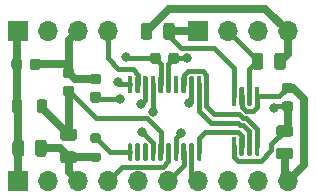
<source format=gtl>
G04 #@! TF.GenerationSoftware,KiCad,Pcbnew,6.0.5+dfsg-1~bpo11+1*
G04 #@! TF.CreationDate,2022-12-25T14:08:46+00:00*
G04 #@! TF.ProjectId,stm32l0_mod_source,73746d33-326c-4305-9f6d-6f645f736f75,0.1*
G04 #@! TF.SameCoordinates,Original*
G04 #@! TF.FileFunction,Copper,L1,Top*
G04 #@! TF.FilePolarity,Positive*
%FSLAX46Y46*%
G04 Gerber Fmt 4.6, Leading zero omitted, Abs format (unit mm)*
G04 Created by KiCad (PCBNEW 6.0.5+dfsg-1~bpo11+1) date 2022-12-25 14:08:46*
%MOMM*%
%LPD*%
G01*
G04 APERTURE LIST*
G04 #@! TA.AperFunction,ComponentPad*
%ADD10R,1.700000X1.700000*%
G04 #@! TD*
G04 #@! TA.AperFunction,ComponentPad*
%ADD11O,1.700000X1.700000*%
G04 #@! TD*
G04 #@! TA.AperFunction,ViaPad*
%ADD12C,0.800000*%
G04 #@! TD*
G04 #@! TA.AperFunction,Conductor*
%ADD13C,0.400000*%
G04 #@! TD*
G04 #@! TA.AperFunction,Conductor*
%ADD14C,0.700000*%
G04 #@! TD*
G04 APERTURE END LIST*
G04 #@! TA.AperFunction,SMDPad,CuDef*
G36*
G01*
X145841000Y-96516000D02*
X145841000Y-96016000D01*
G75*
G02*
X146066000Y-95791000I225000J0D01*
G01*
X146516000Y-95791000D01*
G75*
G02*
X146741000Y-96016000I0J-225000D01*
G01*
X146741000Y-96516000D01*
G75*
G02*
X146516000Y-96741000I-225000J0D01*
G01*
X146066000Y-96741000D01*
G75*
G02*
X145841000Y-96516000I0J225000D01*
G01*
G37*
G04 #@! TD.AperFunction*
G04 #@! TA.AperFunction,SMDPad,CuDef*
G36*
G01*
X147391000Y-96516000D02*
X147391000Y-96016000D01*
G75*
G02*
X147616000Y-95791000I225000J0D01*
G01*
X148066000Y-95791000D01*
G75*
G02*
X148291000Y-96016000I0J-225000D01*
G01*
X148291000Y-96516000D01*
G75*
G02*
X148066000Y-96741000I-225000J0D01*
G01*
X147616000Y-96741000D01*
G75*
G02*
X147391000Y-96516000I0J225000D01*
G01*
G37*
G04 #@! TD.AperFunction*
G04 #@! TA.AperFunction,SMDPad,CuDef*
G36*
G01*
X138463000Y-102248000D02*
X139413000Y-102248000D01*
G75*
G02*
X139663000Y-102498000I0J-250000D01*
G01*
X139663000Y-102998000D01*
G75*
G02*
X139413000Y-103248000I-250000J0D01*
G01*
X138463000Y-103248000D01*
G75*
G02*
X138213000Y-102998000I0J250000D01*
G01*
X138213000Y-102498000D01*
G75*
G02*
X138463000Y-102248000I250000J0D01*
G01*
G37*
G04 #@! TD.AperFunction*
G04 #@! TA.AperFunction,SMDPad,CuDef*
G36*
G01*
X138463000Y-104148000D02*
X139413000Y-104148000D01*
G75*
G02*
X139663000Y-104398000I0J-250000D01*
G01*
X139663000Y-104898000D01*
G75*
G02*
X139413000Y-105148000I-250000J0D01*
G01*
X138463000Y-105148000D01*
G75*
G02*
X138213000Y-104898000I0J250000D01*
G01*
X138213000Y-104398000D01*
G75*
G02*
X138463000Y-104148000I250000J0D01*
G01*
G37*
G04 #@! TD.AperFunction*
G04 #@! TA.AperFunction,SMDPad,CuDef*
G36*
G01*
X139188000Y-99510000D02*
X138688000Y-99510000D01*
G75*
G02*
X138463000Y-99285000I0J225000D01*
G01*
X138463000Y-98835000D01*
G75*
G02*
X138688000Y-98610000I225000J0D01*
G01*
X139188000Y-98610000D01*
G75*
G02*
X139413000Y-98835000I0J-225000D01*
G01*
X139413000Y-99285000D01*
G75*
G02*
X139188000Y-99510000I-225000J0D01*
G01*
G37*
G04 #@! TD.AperFunction*
G04 #@! TA.AperFunction,SMDPad,CuDef*
G36*
G01*
X139188000Y-97960000D02*
X138688000Y-97960000D01*
G75*
G02*
X138463000Y-97735000I0J225000D01*
G01*
X138463000Y-97285000D01*
G75*
G02*
X138688000Y-97060000I225000J0D01*
G01*
X139188000Y-97060000D01*
G75*
G02*
X139413000Y-97285000I0J-225000D01*
G01*
X139413000Y-97735000D01*
G75*
G02*
X139188000Y-97960000I-225000J0D01*
G01*
G37*
G04 #@! TD.AperFunction*
G04 #@! TA.AperFunction,SMDPad,CuDef*
G36*
G01*
X156751000Y-101928000D02*
X157701000Y-101928000D01*
G75*
G02*
X157951000Y-102178000I0J-250000D01*
G01*
X157951000Y-102678000D01*
G75*
G02*
X157701000Y-102928000I-250000J0D01*
G01*
X156751000Y-102928000D01*
G75*
G02*
X156501000Y-102678000I0J250000D01*
G01*
X156501000Y-102178000D01*
G75*
G02*
X156751000Y-101928000I250000J0D01*
G01*
G37*
G04 #@! TD.AperFunction*
G04 #@! TA.AperFunction,SMDPad,CuDef*
G36*
G01*
X156751000Y-103828000D02*
X157701000Y-103828000D01*
G75*
G02*
X157951000Y-104078000I0J-250000D01*
G01*
X157951000Y-104578000D01*
G75*
G02*
X157701000Y-104828000I-250000J0D01*
G01*
X156751000Y-104828000D01*
G75*
G02*
X156501000Y-104578000I0J250000D01*
G01*
X156501000Y-104078000D01*
G75*
G02*
X156751000Y-103828000I250000J0D01*
G01*
G37*
G04 #@! TD.AperFunction*
G04 #@! TA.AperFunction,SMDPad,CuDef*
G36*
G01*
X157730000Y-100793000D02*
X157230000Y-100793000D01*
G75*
G02*
X157005000Y-100568000I0J225000D01*
G01*
X157005000Y-100118000D01*
G75*
G02*
X157230000Y-99893000I225000J0D01*
G01*
X157730000Y-99893000D01*
G75*
G02*
X157955000Y-100118000I0J-225000D01*
G01*
X157955000Y-100568000D01*
G75*
G02*
X157730000Y-100793000I-225000J0D01*
G01*
G37*
G04 #@! TD.AperFunction*
G04 #@! TA.AperFunction,SMDPad,CuDef*
G36*
G01*
X157730000Y-99243000D02*
X157230000Y-99243000D01*
G75*
G02*
X157005000Y-99018000I0J225000D01*
G01*
X157005000Y-98568000D01*
G75*
G02*
X157230000Y-98343000I225000J0D01*
G01*
X157730000Y-98343000D01*
G75*
G02*
X157955000Y-98568000I0J-225000D01*
G01*
X157955000Y-99018000D01*
G75*
G02*
X157730000Y-99243000I-225000J0D01*
G01*
G37*
G04 #@! TD.AperFunction*
G04 #@! TA.AperFunction,SMDPad,CuDef*
G36*
G01*
X154440000Y-96995000D02*
X154440000Y-96045000D01*
G75*
G02*
X154690000Y-95795000I250000J0D01*
G01*
X155190000Y-95795000D01*
G75*
G02*
X155440000Y-96045000I0J-250000D01*
G01*
X155440000Y-96995000D01*
G75*
G02*
X155190000Y-97245000I-250000J0D01*
G01*
X154690000Y-97245000D01*
G75*
G02*
X154440000Y-96995000I0J250000D01*
G01*
G37*
G04 #@! TD.AperFunction*
G04 #@! TA.AperFunction,SMDPad,CuDef*
G36*
G01*
X156340000Y-96995000D02*
X156340000Y-96045000D01*
G75*
G02*
X156590000Y-95795000I250000J0D01*
G01*
X157090000Y-95795000D01*
G75*
G02*
X157340000Y-96045000I0J-250000D01*
G01*
X157340000Y-96995000D01*
G75*
G02*
X157090000Y-97245000I-250000J0D01*
G01*
X156590000Y-97245000D01*
G75*
G02*
X156340000Y-96995000I0J250000D01*
G01*
G37*
G04 #@! TD.AperFunction*
G04 #@! TA.AperFunction,SMDPad,CuDef*
G36*
G01*
X147942000Y-93505000D02*
X147942000Y-94455000D01*
G75*
G02*
X147692000Y-94705000I-250000J0D01*
G01*
X147192000Y-94705000D01*
G75*
G02*
X146942000Y-94455000I0J250000D01*
G01*
X146942000Y-93505000D01*
G75*
G02*
X147192000Y-93255000I250000J0D01*
G01*
X147692000Y-93255000D01*
G75*
G02*
X147942000Y-93505000I0J-250000D01*
G01*
G37*
G04 #@! TD.AperFunction*
G04 #@! TA.AperFunction,SMDPad,CuDef*
G36*
G01*
X146042000Y-93505000D02*
X146042000Y-94455000D01*
G75*
G02*
X145792000Y-94705000I-250000J0D01*
G01*
X145292000Y-94705000D01*
G75*
G02*
X145042000Y-94455000I0J250000D01*
G01*
X145042000Y-93505000D01*
G75*
G02*
X145292000Y-93255000I250000J0D01*
G01*
X145792000Y-93255000D01*
G75*
G02*
X146042000Y-93505000I0J-250000D01*
G01*
G37*
G04 #@! TD.AperFunction*
G04 #@! TA.AperFunction,SMDPad,CuDef*
G36*
G01*
X144241000Y-104946000D02*
X144041000Y-104946000D01*
G75*
G02*
X143941000Y-104846000I0J100000D01*
G01*
X143941000Y-103571000D01*
G75*
G02*
X144041000Y-103471000I100000J0D01*
G01*
X144241000Y-103471000D01*
G75*
G02*
X144341000Y-103571000I0J-100000D01*
G01*
X144341000Y-104846000D01*
G75*
G02*
X144241000Y-104946000I-100000J0D01*
G01*
G37*
G04 #@! TD.AperFunction*
G04 #@! TA.AperFunction,SMDPad,CuDef*
G36*
G01*
X144891000Y-104946000D02*
X144691000Y-104946000D01*
G75*
G02*
X144591000Y-104846000I0J100000D01*
G01*
X144591000Y-103571000D01*
G75*
G02*
X144691000Y-103471000I100000J0D01*
G01*
X144891000Y-103471000D01*
G75*
G02*
X144991000Y-103571000I0J-100000D01*
G01*
X144991000Y-104846000D01*
G75*
G02*
X144891000Y-104946000I-100000J0D01*
G01*
G37*
G04 #@! TD.AperFunction*
G04 #@! TA.AperFunction,SMDPad,CuDef*
G36*
G01*
X145541000Y-104946000D02*
X145341000Y-104946000D01*
G75*
G02*
X145241000Y-104846000I0J100000D01*
G01*
X145241000Y-103571000D01*
G75*
G02*
X145341000Y-103471000I100000J0D01*
G01*
X145541000Y-103471000D01*
G75*
G02*
X145641000Y-103571000I0J-100000D01*
G01*
X145641000Y-104846000D01*
G75*
G02*
X145541000Y-104946000I-100000J0D01*
G01*
G37*
G04 #@! TD.AperFunction*
G04 #@! TA.AperFunction,SMDPad,CuDef*
G36*
G01*
X146191000Y-104946000D02*
X145991000Y-104946000D01*
G75*
G02*
X145891000Y-104846000I0J100000D01*
G01*
X145891000Y-103571000D01*
G75*
G02*
X145991000Y-103471000I100000J0D01*
G01*
X146191000Y-103471000D01*
G75*
G02*
X146291000Y-103571000I0J-100000D01*
G01*
X146291000Y-104846000D01*
G75*
G02*
X146191000Y-104946000I-100000J0D01*
G01*
G37*
G04 #@! TD.AperFunction*
G04 #@! TA.AperFunction,SMDPad,CuDef*
G36*
G01*
X146841000Y-104946000D02*
X146641000Y-104946000D01*
G75*
G02*
X146541000Y-104846000I0J100000D01*
G01*
X146541000Y-103571000D01*
G75*
G02*
X146641000Y-103471000I100000J0D01*
G01*
X146841000Y-103471000D01*
G75*
G02*
X146941000Y-103571000I0J-100000D01*
G01*
X146941000Y-104846000D01*
G75*
G02*
X146841000Y-104946000I-100000J0D01*
G01*
G37*
G04 #@! TD.AperFunction*
G04 #@! TA.AperFunction,SMDPad,CuDef*
G36*
G01*
X147491000Y-104946000D02*
X147291000Y-104946000D01*
G75*
G02*
X147191000Y-104846000I0J100000D01*
G01*
X147191000Y-103571000D01*
G75*
G02*
X147291000Y-103471000I100000J0D01*
G01*
X147491000Y-103471000D01*
G75*
G02*
X147591000Y-103571000I0J-100000D01*
G01*
X147591000Y-104846000D01*
G75*
G02*
X147491000Y-104946000I-100000J0D01*
G01*
G37*
G04 #@! TD.AperFunction*
G04 #@! TA.AperFunction,SMDPad,CuDef*
G36*
G01*
X148141000Y-104946000D02*
X147941000Y-104946000D01*
G75*
G02*
X147841000Y-104846000I0J100000D01*
G01*
X147841000Y-103571000D01*
G75*
G02*
X147941000Y-103471000I100000J0D01*
G01*
X148141000Y-103471000D01*
G75*
G02*
X148241000Y-103571000I0J-100000D01*
G01*
X148241000Y-104846000D01*
G75*
G02*
X148141000Y-104946000I-100000J0D01*
G01*
G37*
G04 #@! TD.AperFunction*
G04 #@! TA.AperFunction,SMDPad,CuDef*
G36*
G01*
X148791000Y-104946000D02*
X148591000Y-104946000D01*
G75*
G02*
X148491000Y-104846000I0J100000D01*
G01*
X148491000Y-103571000D01*
G75*
G02*
X148591000Y-103471000I100000J0D01*
G01*
X148791000Y-103471000D01*
G75*
G02*
X148891000Y-103571000I0J-100000D01*
G01*
X148891000Y-104846000D01*
G75*
G02*
X148791000Y-104946000I-100000J0D01*
G01*
G37*
G04 #@! TD.AperFunction*
G04 #@! TA.AperFunction,SMDPad,CuDef*
G36*
G01*
X149441000Y-104946000D02*
X149241000Y-104946000D01*
G75*
G02*
X149141000Y-104846000I0J100000D01*
G01*
X149141000Y-103571000D01*
G75*
G02*
X149241000Y-103471000I100000J0D01*
G01*
X149441000Y-103471000D01*
G75*
G02*
X149541000Y-103571000I0J-100000D01*
G01*
X149541000Y-104846000D01*
G75*
G02*
X149441000Y-104946000I-100000J0D01*
G01*
G37*
G04 #@! TD.AperFunction*
G04 #@! TA.AperFunction,SMDPad,CuDef*
G36*
G01*
X150091000Y-104946000D02*
X149891000Y-104946000D01*
G75*
G02*
X149791000Y-104846000I0J100000D01*
G01*
X149791000Y-103571000D01*
G75*
G02*
X149891000Y-103471000I100000J0D01*
G01*
X150091000Y-103471000D01*
G75*
G02*
X150191000Y-103571000I0J-100000D01*
G01*
X150191000Y-104846000D01*
G75*
G02*
X150091000Y-104946000I-100000J0D01*
G01*
G37*
G04 #@! TD.AperFunction*
G04 #@! TA.AperFunction,SMDPad,CuDef*
G36*
G01*
X150091000Y-99221000D02*
X149891000Y-99221000D01*
G75*
G02*
X149791000Y-99121000I0J100000D01*
G01*
X149791000Y-97846000D01*
G75*
G02*
X149891000Y-97746000I100000J0D01*
G01*
X150091000Y-97746000D01*
G75*
G02*
X150191000Y-97846000I0J-100000D01*
G01*
X150191000Y-99121000D01*
G75*
G02*
X150091000Y-99221000I-100000J0D01*
G01*
G37*
G04 #@! TD.AperFunction*
G04 #@! TA.AperFunction,SMDPad,CuDef*
G36*
G01*
X149441000Y-99221000D02*
X149241000Y-99221000D01*
G75*
G02*
X149141000Y-99121000I0J100000D01*
G01*
X149141000Y-97846000D01*
G75*
G02*
X149241000Y-97746000I100000J0D01*
G01*
X149441000Y-97746000D01*
G75*
G02*
X149541000Y-97846000I0J-100000D01*
G01*
X149541000Y-99121000D01*
G75*
G02*
X149441000Y-99221000I-100000J0D01*
G01*
G37*
G04 #@! TD.AperFunction*
G04 #@! TA.AperFunction,SMDPad,CuDef*
G36*
G01*
X148791000Y-99221000D02*
X148591000Y-99221000D01*
G75*
G02*
X148491000Y-99121000I0J100000D01*
G01*
X148491000Y-97846000D01*
G75*
G02*
X148591000Y-97746000I100000J0D01*
G01*
X148791000Y-97746000D01*
G75*
G02*
X148891000Y-97846000I0J-100000D01*
G01*
X148891000Y-99121000D01*
G75*
G02*
X148791000Y-99221000I-100000J0D01*
G01*
G37*
G04 #@! TD.AperFunction*
G04 #@! TA.AperFunction,SMDPad,CuDef*
G36*
G01*
X148141000Y-99221000D02*
X147941000Y-99221000D01*
G75*
G02*
X147841000Y-99121000I0J100000D01*
G01*
X147841000Y-97846000D01*
G75*
G02*
X147941000Y-97746000I100000J0D01*
G01*
X148141000Y-97746000D01*
G75*
G02*
X148241000Y-97846000I0J-100000D01*
G01*
X148241000Y-99121000D01*
G75*
G02*
X148141000Y-99221000I-100000J0D01*
G01*
G37*
G04 #@! TD.AperFunction*
G04 #@! TA.AperFunction,SMDPad,CuDef*
G36*
G01*
X147491000Y-99221000D02*
X147291000Y-99221000D01*
G75*
G02*
X147191000Y-99121000I0J100000D01*
G01*
X147191000Y-97846000D01*
G75*
G02*
X147291000Y-97746000I100000J0D01*
G01*
X147491000Y-97746000D01*
G75*
G02*
X147591000Y-97846000I0J-100000D01*
G01*
X147591000Y-99121000D01*
G75*
G02*
X147491000Y-99221000I-100000J0D01*
G01*
G37*
G04 #@! TD.AperFunction*
G04 #@! TA.AperFunction,SMDPad,CuDef*
G36*
G01*
X146841000Y-99221000D02*
X146641000Y-99221000D01*
G75*
G02*
X146541000Y-99121000I0J100000D01*
G01*
X146541000Y-97846000D01*
G75*
G02*
X146641000Y-97746000I100000J0D01*
G01*
X146841000Y-97746000D01*
G75*
G02*
X146941000Y-97846000I0J-100000D01*
G01*
X146941000Y-99121000D01*
G75*
G02*
X146841000Y-99221000I-100000J0D01*
G01*
G37*
G04 #@! TD.AperFunction*
G04 #@! TA.AperFunction,SMDPad,CuDef*
G36*
G01*
X146191000Y-99221000D02*
X145991000Y-99221000D01*
G75*
G02*
X145891000Y-99121000I0J100000D01*
G01*
X145891000Y-97846000D01*
G75*
G02*
X145991000Y-97746000I100000J0D01*
G01*
X146191000Y-97746000D01*
G75*
G02*
X146291000Y-97846000I0J-100000D01*
G01*
X146291000Y-99121000D01*
G75*
G02*
X146191000Y-99221000I-100000J0D01*
G01*
G37*
G04 #@! TD.AperFunction*
G04 #@! TA.AperFunction,SMDPad,CuDef*
G36*
G01*
X145541000Y-99221000D02*
X145341000Y-99221000D01*
G75*
G02*
X145241000Y-99121000I0J100000D01*
G01*
X145241000Y-97846000D01*
G75*
G02*
X145341000Y-97746000I100000J0D01*
G01*
X145541000Y-97746000D01*
G75*
G02*
X145641000Y-97846000I0J-100000D01*
G01*
X145641000Y-99121000D01*
G75*
G02*
X145541000Y-99221000I-100000J0D01*
G01*
G37*
G04 #@! TD.AperFunction*
G04 #@! TA.AperFunction,SMDPad,CuDef*
G36*
G01*
X144891000Y-99221000D02*
X144691000Y-99221000D01*
G75*
G02*
X144591000Y-99121000I0J100000D01*
G01*
X144591000Y-97846000D01*
G75*
G02*
X144691000Y-97746000I100000J0D01*
G01*
X144891000Y-97746000D01*
G75*
G02*
X144991000Y-97846000I0J-100000D01*
G01*
X144991000Y-99121000D01*
G75*
G02*
X144891000Y-99221000I-100000J0D01*
G01*
G37*
G04 #@! TD.AperFunction*
G04 #@! TA.AperFunction,SMDPad,CuDef*
G36*
G01*
X144241000Y-99221000D02*
X144041000Y-99221000D01*
G75*
G02*
X143941000Y-99121000I0J100000D01*
G01*
X143941000Y-97846000D01*
G75*
G02*
X144041000Y-97746000I100000J0D01*
G01*
X144241000Y-97746000D01*
G75*
G02*
X144341000Y-97846000I0J-100000D01*
G01*
X144341000Y-99121000D01*
G75*
G02*
X144241000Y-99221000I-100000J0D01*
G01*
G37*
G04 #@! TD.AperFunction*
G04 #@! TA.AperFunction,SMDPad,CuDef*
G36*
G01*
X153049000Y-104525000D02*
X152849000Y-104525000D01*
G75*
G02*
X152749000Y-104425000I0J100000D01*
G01*
X152749000Y-103000000D01*
G75*
G02*
X152849000Y-102900000I100000J0D01*
G01*
X153049000Y-102900000D01*
G75*
G02*
X153149000Y-103000000I0J-100000D01*
G01*
X153149000Y-104425000D01*
G75*
G02*
X153049000Y-104525000I-100000J0D01*
G01*
G37*
G04 #@! TD.AperFunction*
G04 #@! TA.AperFunction,SMDPad,CuDef*
G36*
G01*
X153699000Y-104525000D02*
X153499000Y-104525000D01*
G75*
G02*
X153399000Y-104425000I0J100000D01*
G01*
X153399000Y-103000000D01*
G75*
G02*
X153499000Y-102900000I100000J0D01*
G01*
X153699000Y-102900000D01*
G75*
G02*
X153799000Y-103000000I0J-100000D01*
G01*
X153799000Y-104425000D01*
G75*
G02*
X153699000Y-104525000I-100000J0D01*
G01*
G37*
G04 #@! TD.AperFunction*
G04 #@! TA.AperFunction,SMDPad,CuDef*
G36*
G01*
X154349000Y-104525000D02*
X154149000Y-104525000D01*
G75*
G02*
X154049000Y-104425000I0J100000D01*
G01*
X154049000Y-103000000D01*
G75*
G02*
X154149000Y-102900000I100000J0D01*
G01*
X154349000Y-102900000D01*
G75*
G02*
X154449000Y-103000000I0J-100000D01*
G01*
X154449000Y-104425000D01*
G75*
G02*
X154349000Y-104525000I-100000J0D01*
G01*
G37*
G04 #@! TD.AperFunction*
G04 #@! TA.AperFunction,SMDPad,CuDef*
G36*
G01*
X154999000Y-104525000D02*
X154799000Y-104525000D01*
G75*
G02*
X154699000Y-104425000I0J100000D01*
G01*
X154699000Y-103000000D01*
G75*
G02*
X154799000Y-102900000I100000J0D01*
G01*
X154999000Y-102900000D01*
G75*
G02*
X155099000Y-103000000I0J-100000D01*
G01*
X155099000Y-104425000D01*
G75*
G02*
X154999000Y-104525000I-100000J0D01*
G01*
G37*
G04 #@! TD.AperFunction*
G04 #@! TA.AperFunction,SMDPad,CuDef*
G36*
G01*
X154999000Y-100300000D02*
X154799000Y-100300000D01*
G75*
G02*
X154699000Y-100200000I0J100000D01*
G01*
X154699000Y-98775000D01*
G75*
G02*
X154799000Y-98675000I100000J0D01*
G01*
X154999000Y-98675000D01*
G75*
G02*
X155099000Y-98775000I0J-100000D01*
G01*
X155099000Y-100200000D01*
G75*
G02*
X154999000Y-100300000I-100000J0D01*
G01*
G37*
G04 #@! TD.AperFunction*
G04 #@! TA.AperFunction,SMDPad,CuDef*
G36*
G01*
X154349000Y-100300000D02*
X154149000Y-100300000D01*
G75*
G02*
X154049000Y-100200000I0J100000D01*
G01*
X154049000Y-98775000D01*
G75*
G02*
X154149000Y-98675000I100000J0D01*
G01*
X154349000Y-98675000D01*
G75*
G02*
X154449000Y-98775000I0J-100000D01*
G01*
X154449000Y-100200000D01*
G75*
G02*
X154349000Y-100300000I-100000J0D01*
G01*
G37*
G04 #@! TD.AperFunction*
G04 #@! TA.AperFunction,SMDPad,CuDef*
G36*
G01*
X153699000Y-100300000D02*
X153499000Y-100300000D01*
G75*
G02*
X153399000Y-100200000I0J100000D01*
G01*
X153399000Y-98775000D01*
G75*
G02*
X153499000Y-98675000I100000J0D01*
G01*
X153699000Y-98675000D01*
G75*
G02*
X153799000Y-98775000I0J-100000D01*
G01*
X153799000Y-100200000D01*
G75*
G02*
X153699000Y-100300000I-100000J0D01*
G01*
G37*
G04 #@! TD.AperFunction*
G04 #@! TA.AperFunction,SMDPad,CuDef*
G36*
G01*
X153049000Y-100300000D02*
X152849000Y-100300000D01*
G75*
G02*
X152749000Y-100200000I0J100000D01*
G01*
X152749000Y-98775000D01*
G75*
G02*
X152849000Y-98675000I100000J0D01*
G01*
X153049000Y-98675000D01*
G75*
G02*
X153149000Y-98775000I0J-100000D01*
G01*
X153149000Y-100200000D01*
G75*
G02*
X153049000Y-100300000I-100000J0D01*
G01*
G37*
G04 #@! TD.AperFunction*
G04 #@! TA.AperFunction,SMDPad,CuDef*
G36*
G01*
X140949000Y-102598000D02*
X141499000Y-102598000D01*
G75*
G02*
X141699000Y-102798000I0J-200000D01*
G01*
X141699000Y-103198000D01*
G75*
G02*
X141499000Y-103398000I-200000J0D01*
G01*
X140949000Y-103398000D01*
G75*
G02*
X140749000Y-103198000I0J200000D01*
G01*
X140749000Y-102798000D01*
G75*
G02*
X140949000Y-102598000I200000J0D01*
G01*
G37*
G04 #@! TD.AperFunction*
G04 #@! TA.AperFunction,SMDPad,CuDef*
G36*
G01*
X140949000Y-104248000D02*
X141499000Y-104248000D01*
G75*
G02*
X141699000Y-104448000I0J-200000D01*
G01*
X141699000Y-104848000D01*
G75*
G02*
X141499000Y-105048000I-200000J0D01*
G01*
X140949000Y-105048000D01*
G75*
G02*
X140749000Y-104848000I0J200000D01*
G01*
X140749000Y-104448000D01*
G75*
G02*
X140949000Y-104248000I200000J0D01*
G01*
G37*
G04 #@! TD.AperFunction*
G04 #@! TA.AperFunction,SMDPad,CuDef*
G36*
G01*
X141474000Y-100018000D02*
X140974000Y-100018000D01*
G75*
G02*
X140749000Y-99793000I0J225000D01*
G01*
X140749000Y-99343000D01*
G75*
G02*
X140974000Y-99118000I225000J0D01*
G01*
X141474000Y-99118000D01*
G75*
G02*
X141699000Y-99343000I0J-225000D01*
G01*
X141699000Y-99793000D01*
G75*
G02*
X141474000Y-100018000I-225000J0D01*
G01*
G37*
G04 #@! TD.AperFunction*
G04 #@! TA.AperFunction,SMDPad,CuDef*
G36*
G01*
X141474000Y-98468000D02*
X140974000Y-98468000D01*
G75*
G02*
X140749000Y-98243000I0J225000D01*
G01*
X140749000Y-97793000D01*
G75*
G02*
X140974000Y-97568000I225000J0D01*
G01*
X141474000Y-97568000D01*
G75*
G02*
X141699000Y-97793000I0J-225000D01*
G01*
X141699000Y-98243000D01*
G75*
G02*
X141474000Y-98468000I-225000J0D01*
G01*
G37*
G04 #@! TD.AperFunction*
G04 #@! TA.AperFunction,SMDPad,CuDef*
G36*
G01*
X134186000Y-104361000D02*
X134186000Y-103411000D01*
G75*
G02*
X134436000Y-103161000I250000J0D01*
G01*
X134936000Y-103161000D01*
G75*
G02*
X135186000Y-103411000I0J-250000D01*
G01*
X135186000Y-104361000D01*
G75*
G02*
X134936000Y-104611000I-250000J0D01*
G01*
X134436000Y-104611000D01*
G75*
G02*
X134186000Y-104361000I0J250000D01*
G01*
G37*
G04 #@! TD.AperFunction*
G04 #@! TA.AperFunction,SMDPad,CuDef*
G36*
G01*
X136086000Y-104361000D02*
X136086000Y-103411000D01*
G75*
G02*
X136336000Y-103161000I250000J0D01*
G01*
X136836000Y-103161000D01*
G75*
G02*
X137086000Y-103411000I0J-250000D01*
G01*
X137086000Y-104361000D01*
G75*
G02*
X136836000Y-104611000I-250000J0D01*
G01*
X136336000Y-104611000D01*
G75*
G02*
X136086000Y-104361000I0J250000D01*
G01*
G37*
G04 #@! TD.AperFunction*
G04 #@! TA.AperFunction,SMDPad,CuDef*
G36*
G01*
X134106200Y-97024000D02*
X134106200Y-96524000D01*
G75*
G02*
X134331200Y-96299000I225000J0D01*
G01*
X134781200Y-96299000D01*
G75*
G02*
X135006200Y-96524000I0J-225000D01*
G01*
X135006200Y-97024000D01*
G75*
G02*
X134781200Y-97249000I-225000J0D01*
G01*
X134331200Y-97249000D01*
G75*
G02*
X134106200Y-97024000I0J225000D01*
G01*
G37*
G04 #@! TD.AperFunction*
G04 #@! TA.AperFunction,SMDPad,CuDef*
G36*
G01*
X135656200Y-97024000D02*
X135656200Y-96524000D01*
G75*
G02*
X135881200Y-96299000I225000J0D01*
G01*
X136331200Y-96299000D01*
G75*
G02*
X136556200Y-96524000I0J-225000D01*
G01*
X136556200Y-97024000D01*
G75*
G02*
X136331200Y-97249000I-225000J0D01*
G01*
X135881200Y-97249000D01*
G75*
G02*
X135656200Y-97024000I0J225000D01*
G01*
G37*
G04 #@! TD.AperFunction*
G04 #@! TA.AperFunction,SMDPad,CuDef*
G36*
G01*
X134136000Y-100711250D02*
X134136000Y-99948750D01*
G75*
G02*
X134354750Y-99730000I218750J0D01*
G01*
X134792250Y-99730000D01*
G75*
G02*
X135011000Y-99948750I0J-218750D01*
G01*
X135011000Y-100711250D01*
G75*
G02*
X134792250Y-100930000I-218750J0D01*
G01*
X134354750Y-100930000D01*
G75*
G02*
X134136000Y-100711250I0J218750D01*
G01*
G37*
G04 #@! TD.AperFunction*
G04 #@! TA.AperFunction,SMDPad,CuDef*
G36*
G01*
X136261000Y-100711250D02*
X136261000Y-99948750D01*
G75*
G02*
X136479750Y-99730000I218750J0D01*
G01*
X136917250Y-99730000D01*
G75*
G02*
X137136000Y-99948750I0J-218750D01*
G01*
X137136000Y-100711250D01*
G75*
G02*
X136917250Y-100930000I-218750J0D01*
G01*
X136479750Y-100930000D01*
G75*
G02*
X136261000Y-100711250I0J218750D01*
G01*
G37*
G04 #@! TD.AperFunction*
D10*
X149860000Y-93980000D03*
D11*
X152400000Y-93980000D03*
X154940000Y-93980000D03*
X157480000Y-93980000D03*
D10*
X134620000Y-93980000D03*
D11*
X137160000Y-93980000D03*
X139700000Y-93980000D03*
X142240000Y-93980000D03*
D10*
X134620000Y-106680000D03*
D11*
X137160000Y-106680000D03*
X139700000Y-106680000D03*
X142240000Y-106680000D03*
X144780000Y-106680000D03*
X147320000Y-106680000D03*
X149860000Y-106680000D03*
X152400000Y-106680000D03*
X154940000Y-106680000D03*
X157480000Y-106680000D03*
D12*
X148970992Y-96266000D03*
X145161000Y-102489000D03*
X143256000Y-99695000D03*
X148463000Y-102616000D03*
X149098000Y-100076000D03*
X143129000Y-98298000D03*
X145092293Y-100147120D03*
X146107686Y-100780314D03*
X143764000Y-96139000D03*
X156337000Y-100457000D03*
D13*
X154899000Y-99487500D02*
X156785500Y-99487500D01*
D14*
X158877000Y-99715000D02*
X157955000Y-98793000D01*
X157955000Y-98793000D02*
X157480000Y-98793000D01*
D13*
X147841000Y-96266000D02*
X148970992Y-96266000D01*
D14*
X138684000Y-96774000D02*
X138938000Y-97028000D01*
X141224000Y-98018000D02*
X139446000Y-98018000D01*
D13*
X153941886Y-100700010D02*
X153599000Y-100357124D01*
D14*
X136586000Y-103886000D02*
X138176000Y-103886000D01*
X157480000Y-106680000D02*
X158877000Y-105283000D01*
D13*
X153599000Y-100357124D02*
X153599000Y-99487500D01*
D14*
X139446000Y-98018000D02*
X138938000Y-97510000D01*
D13*
X154556114Y-100700010D02*
X153941886Y-100700010D01*
X154899000Y-100357124D02*
X154556114Y-100700010D01*
D14*
X157480000Y-93980000D02*
X155575000Y-92075000D01*
X138176000Y-103886000D02*
X138938000Y-104648000D01*
D13*
X156785500Y-99487500D02*
X157480000Y-98793000D01*
D14*
X136398000Y-96774000D02*
X138684000Y-96774000D01*
X158877000Y-105283000D02*
X158877000Y-99715000D01*
X157226000Y-106426000D02*
X157480000Y-106680000D01*
X138938000Y-97510000D02*
X138938000Y-97028000D01*
X157480000Y-93980000D02*
X157480000Y-95880000D01*
X157226000Y-104328000D02*
X157226000Y-106426000D01*
D13*
X147391000Y-96716000D02*
X147841000Y-96266000D01*
D14*
X138938000Y-104648000D02*
X138938000Y-105918000D01*
X141224000Y-104648000D02*
X138938000Y-104648000D01*
X147447000Y-92075000D02*
X145542000Y-93980000D01*
X155575000Y-92075000D02*
X147447000Y-92075000D01*
X138938000Y-94742000D02*
X139700000Y-93980000D01*
D13*
X154899000Y-99487500D02*
X154899000Y-100357124D01*
D14*
X138938000Y-97028000D02*
X138938000Y-94742000D01*
D13*
X147391000Y-98483500D02*
X147391000Y-96716000D01*
D14*
X138938000Y-105918000D02*
X139700000Y-106680000D01*
X157480000Y-95880000D02*
X156840000Y-96520000D01*
X138938000Y-102748000D02*
X138938000Y-99060000D01*
D13*
X141224000Y-101346000D02*
X138938000Y-99060000D01*
X145542000Y-101346000D02*
X141224000Y-101346000D01*
X146741000Y-102545000D02*
X145542000Y-101346000D01*
X146741000Y-104208500D02*
X146741000Y-102545000D01*
D14*
X136698500Y-100330000D02*
X136698500Y-100508500D01*
X136698500Y-100508500D02*
X138938000Y-102748000D01*
D13*
X142434500Y-104208500D02*
X141224000Y-102998000D01*
X144141000Y-104208500D02*
X142434500Y-104208500D01*
X143256000Y-99695000D02*
X141351000Y-99695000D01*
X146091000Y-104208500D02*
X146091000Y-103413876D01*
X146091000Y-103413876D02*
X145166124Y-102489000D01*
X141351000Y-99695000D02*
X141224000Y-99568000D01*
X145166124Y-102489000D02*
X145161000Y-102489000D01*
X154249000Y-99487500D02*
X154249000Y-97211000D01*
X154940000Y-96520000D02*
X152400000Y-93980000D01*
X154249000Y-97211000D02*
X154940000Y-96520000D01*
X148463000Y-95377000D02*
X147442000Y-94356000D01*
X147442000Y-94356000D02*
X147442000Y-93980000D01*
X151257000Y-95377000D02*
X148463000Y-95377000D01*
X152949000Y-99487500D02*
X152949000Y-97069000D01*
X152949000Y-97069000D02*
X151257000Y-95377000D01*
D14*
X147442000Y-93980000D02*
X149860000Y-93980000D01*
D13*
X149341000Y-104208500D02*
X149341000Y-106161000D01*
X149341000Y-106161000D02*
X149860000Y-106680000D01*
X148691000Y-104208500D02*
X148691000Y-105309000D01*
X148691000Y-105309000D02*
X147320000Y-106680000D01*
X148041000Y-104208500D02*
X148041000Y-103038000D01*
X148041000Y-103038000D02*
X148463000Y-102616000D01*
X143490001Y-105429999D02*
X142240000Y-106680000D01*
X146964125Y-105429999D02*
X143490001Y-105429999D01*
X147391000Y-104208500D02*
X147391000Y-105003124D01*
X147391000Y-105003124D02*
X146964125Y-105429999D01*
X149341000Y-99833000D02*
X149341000Y-98483500D01*
X149098000Y-100076000D02*
X149341000Y-99833000D01*
X143129000Y-97155000D02*
X142240000Y-96266000D01*
X144840990Y-97638886D02*
X144357104Y-97155000D01*
X144357104Y-97155000D02*
X143129000Y-97155000D01*
X144840990Y-98433510D02*
X144840990Y-97638886D01*
X144791000Y-98483500D02*
X144840990Y-98433510D01*
X142240000Y-96266000D02*
X142240000Y-93980000D01*
X143314500Y-98483500D02*
X143129000Y-98298000D01*
X144141000Y-98483500D02*
X143314500Y-98483500D01*
X154899000Y-103712500D02*
X154899000Y-102234457D01*
X151257000Y-100974468D02*
X150591010Y-100308478D01*
X150591010Y-97638886D02*
X150298114Y-97345990D01*
X154899000Y-102234457D02*
X153964564Y-101300021D01*
X150591010Y-100308478D02*
X150591010Y-97638886D01*
X153693354Y-101300021D02*
X153367801Y-100974468D01*
X153964564Y-101300021D02*
X153693354Y-101300021D01*
X150298114Y-97345990D02*
X149033886Y-97345990D01*
X148691000Y-97688876D02*
X148691000Y-98483500D01*
X149033886Y-97345990D02*
X148691000Y-97688876D01*
X153367801Y-100974468D02*
X151257000Y-100974468D01*
X153716032Y-101900032D02*
X153444822Y-101900032D01*
X153271790Y-101727000D02*
X151003000Y-101727000D01*
X153444822Y-101900032D02*
X153271790Y-101727000D01*
X154249000Y-103712500D02*
X154249000Y-102433000D01*
X154249000Y-102433000D02*
X153716032Y-101900032D01*
X151003000Y-101727000D02*
X149991000Y-100715000D01*
X149991000Y-100715000D02*
X149991000Y-98483500D01*
X150495000Y-102489000D02*
X149991000Y-102993000D01*
X153245124Y-102489000D02*
X150495000Y-102489000D01*
X149991000Y-102993000D02*
X149991000Y-104208500D01*
X153599000Y-103712500D02*
X153599000Y-102842876D01*
X153599000Y-102842876D02*
X153245124Y-102489000D01*
X145441000Y-98483500D02*
X145441000Y-99798413D01*
X145441000Y-99798413D02*
X145092293Y-100147120D01*
X146107686Y-100780314D02*
X146107686Y-98500186D01*
X146107686Y-98500186D02*
X146091000Y-98483500D01*
X156451000Y-100343000D02*
X156337000Y-100457000D01*
X152949000Y-104582124D02*
X153291886Y-104925010D01*
X155206114Y-104925010D02*
X156100990Y-104030134D01*
D14*
X134620000Y-103952000D02*
X134686000Y-103886000D01*
D13*
X146741000Y-98483500D02*
X146741000Y-96716000D01*
D14*
X134620000Y-106680000D02*
X134620000Y-103952000D01*
D13*
X156100990Y-103553010D02*
X157226000Y-102428000D01*
D14*
X134573500Y-94026500D02*
X134620000Y-93980000D01*
X157480000Y-102174000D02*
X157226000Y-102428000D01*
D13*
X152949000Y-103712500D02*
X152949000Y-104582124D01*
D14*
X134686000Y-100442500D02*
X134573500Y-100330000D01*
X134573500Y-100330000D02*
X134573500Y-94026500D01*
X157480000Y-100343000D02*
X157480000Y-102174000D01*
D13*
X156100990Y-104030134D02*
X156100990Y-103553010D01*
X157480000Y-100343000D02*
X156451000Y-100343000D01*
X143891000Y-96266000D02*
X143764000Y-96139000D01*
X153291886Y-104925010D02*
X155206114Y-104925010D01*
X146741000Y-96716000D02*
X146291000Y-96266000D01*
D14*
X134686000Y-103886000D02*
X134686000Y-100442500D01*
D13*
X146291000Y-96266000D02*
X143891000Y-96266000D01*
M02*

</source>
